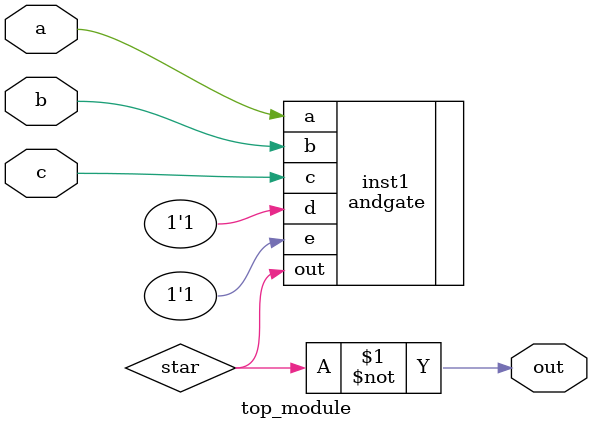
<source format=v>
module top_module (input a, input b, input c, output out);//
    wire star;
    andgate inst1 ( .a(a), .b(b), .c(c),.d(1'b1),.e(1'b1),. out(star) );
    assign out = ~star;
endmodule

</source>
